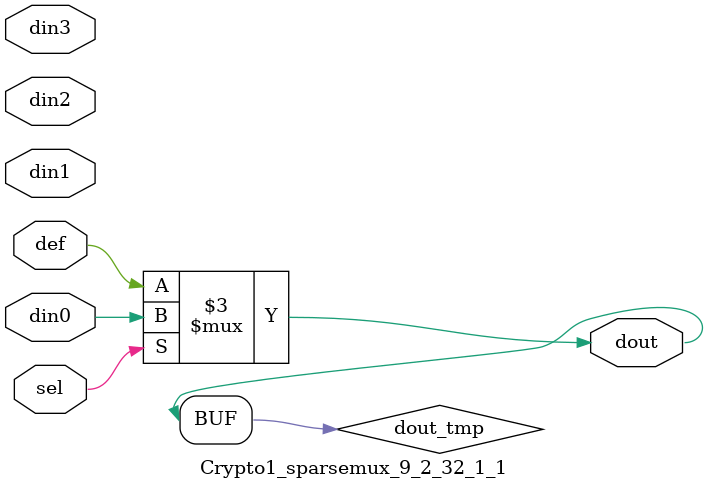
<source format=v>
`timescale 1ns / 1ps

module Crypto1_sparsemux_9_2_32_1_1 (din0,din1,din2,din3,def,sel,dout);

parameter din0_WIDTH = 1;

parameter din1_WIDTH = 1;

parameter din2_WIDTH = 1;

parameter din3_WIDTH = 1;

parameter def_WIDTH = 1;
parameter sel_WIDTH = 1;
parameter dout_WIDTH = 1;

parameter [sel_WIDTH-1:0] CASE0 = 1;

parameter [sel_WIDTH-1:0] CASE1 = 1;

parameter [sel_WIDTH-1:0] CASE2 = 1;

parameter [sel_WIDTH-1:0] CASE3 = 1;

parameter ID = 1;
parameter NUM_STAGE = 1;



input [din0_WIDTH-1:0] din0;

input [din1_WIDTH-1:0] din1;

input [din2_WIDTH-1:0] din2;

input [din3_WIDTH-1:0] din3;

input [def_WIDTH-1:0] def;
input [sel_WIDTH-1:0] sel;

output [dout_WIDTH-1:0] dout;



reg [dout_WIDTH-1:0] dout_tmp;


always @ (*) begin
(* parallel_case *) case (sel)
    
    CASE0 : dout_tmp = din0;
    
    CASE1 : dout_tmp = din1;
    
    CASE2 : dout_tmp = din2;
    
    CASE3 : dout_tmp = din3;
    
    default : dout_tmp = def;
endcase
end


assign dout = dout_tmp;



endmodule

</source>
